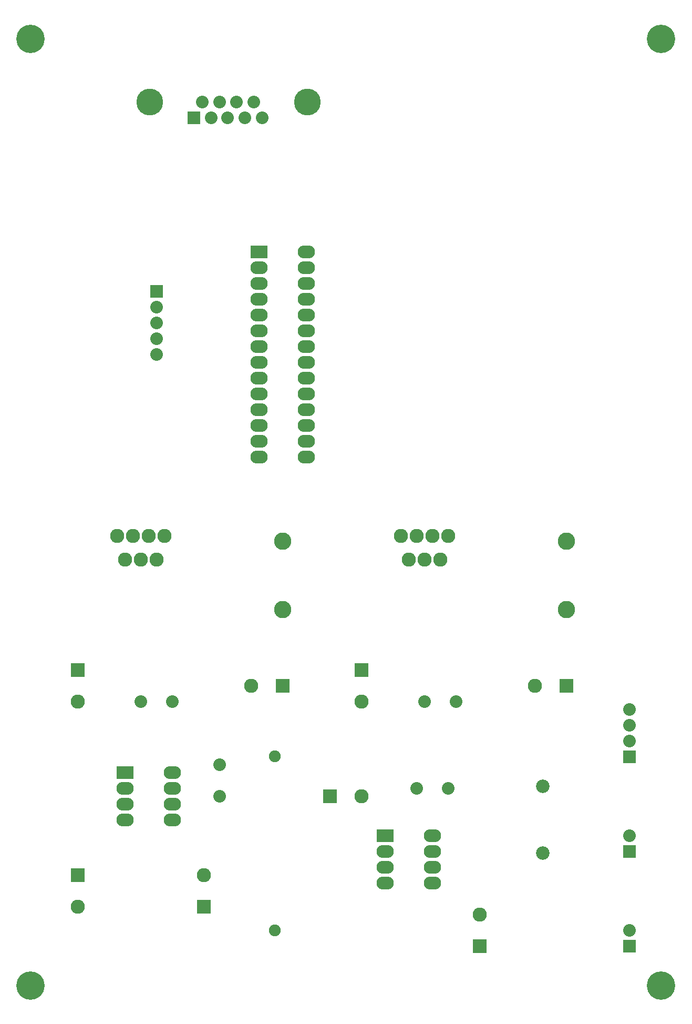
<source format=gbs>
G04 (created by PCBNEW-RS274X (2011-05-25)-stable) date Sun 12 Apr 2015 08:25:34 PM CDT*
G01*
G70*
G90*
%MOIN*%
G04 Gerber Fmt 3.4, Leading zero omitted, Abs format*
%FSLAX34Y34*%
G04 APERTURE LIST*
%ADD10C,0.006000*%
%ADD11R,0.080000X0.080000*%
%ADD12C,0.080000*%
%ADD13C,0.075000*%
%ADD14R,0.110000X0.082000*%
%ADD15O,0.110000X0.082000*%
%ADD16C,0.170000*%
%ADD17C,0.109800*%
%ADD18C,0.085400*%
%ADD19R,0.090000X0.090000*%
%ADD20C,0.090000*%
%ADD21C,0.180000*%
G04 APERTURE END LIST*
G54D10*
G54D11*
X17000Y-31000D03*
G54D12*
X17000Y-32000D03*
X17000Y-33000D03*
X17000Y-34000D03*
X17000Y-35000D03*
G54D11*
X47000Y-66500D03*
G54D12*
X47000Y-65500D03*
G54D11*
X47000Y-72500D03*
G54D12*
X47000Y-71500D03*
X35500Y-62500D03*
X33500Y-62500D03*
X18000Y-57000D03*
X16000Y-57000D03*
X36000Y-57000D03*
X34000Y-57000D03*
X21000Y-61000D03*
X21000Y-63000D03*
G54D13*
X24500Y-71512D03*
X24500Y-60488D03*
G54D14*
X15000Y-61500D03*
G54D15*
X15000Y-62500D03*
X15000Y-63500D03*
X15000Y-64500D03*
X18000Y-64500D03*
X18000Y-63500D03*
X18000Y-62500D03*
X18000Y-61500D03*
G54D14*
X31500Y-65500D03*
G54D15*
X31500Y-66500D03*
X31500Y-67500D03*
X31500Y-68500D03*
X34500Y-68500D03*
X34500Y-67500D03*
X34500Y-66500D03*
X34500Y-65500D03*
X23500Y-29500D03*
X23500Y-30500D03*
X23500Y-31500D03*
X23500Y-32500D03*
X23500Y-33500D03*
X23500Y-34500D03*
X23500Y-35500D03*
X23500Y-36500D03*
X23500Y-37500D03*
X23500Y-38500D03*
X23500Y-39500D03*
X23500Y-40500D03*
X23500Y-41500D03*
G54D14*
X23500Y-28500D03*
G54D15*
X26500Y-41500D03*
X26500Y-40500D03*
X26500Y-39500D03*
X26500Y-38500D03*
X26500Y-37500D03*
X26500Y-36500D03*
X26500Y-35500D03*
X26500Y-34500D03*
X26500Y-33500D03*
X26500Y-32500D03*
X26500Y-31500D03*
X26500Y-30500D03*
X26500Y-29500D03*
X26500Y-28500D03*
G54D16*
X26550Y-19000D03*
X16550Y-19000D03*
G54D11*
X19350Y-20000D03*
G54D12*
X20450Y-20000D03*
X21500Y-20000D03*
X22600Y-20000D03*
X23700Y-20000D03*
X19900Y-19000D03*
X21000Y-19000D03*
X22050Y-19000D03*
X23150Y-19000D03*
G54D17*
X43000Y-51165D03*
X43000Y-46835D03*
X25000Y-51165D03*
X25000Y-46835D03*
G54D18*
X41500Y-66606D03*
X41500Y-62394D03*
G54D19*
X12000Y-55000D03*
G54D20*
X12000Y-57000D03*
G54D19*
X30000Y-55000D03*
G54D20*
X30000Y-57000D03*
G54D19*
X25000Y-56000D03*
G54D20*
X23000Y-56000D03*
G54D19*
X37500Y-72500D03*
G54D20*
X37500Y-70500D03*
G54D19*
X43000Y-56000D03*
G54D20*
X41000Y-56000D03*
G54D19*
X12000Y-68000D03*
G54D20*
X12000Y-70000D03*
G54D19*
X20000Y-70000D03*
G54D20*
X20000Y-68000D03*
G54D19*
X28000Y-63000D03*
G54D20*
X30000Y-63000D03*
G54D11*
X47000Y-60500D03*
G54D12*
X47000Y-59500D03*
X47000Y-58500D03*
X47000Y-57500D03*
G54D21*
X09000Y-15000D03*
X49000Y-15000D03*
X09000Y-75000D03*
X49000Y-75000D03*
G54D20*
X35500Y-46500D03*
X34500Y-46500D03*
X33500Y-46500D03*
X32500Y-46500D03*
X35000Y-48000D03*
X34000Y-48000D03*
X33000Y-48000D03*
X17500Y-46500D03*
X16500Y-46500D03*
X15500Y-46500D03*
X14500Y-46500D03*
X17000Y-48000D03*
X16000Y-48000D03*
X15000Y-48000D03*
M02*

</source>
